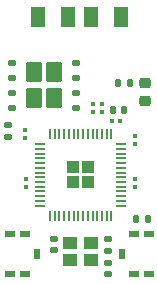
<source format=gtp>
G04 #@! TF.GenerationSoftware,KiCad,Pcbnew,(6.0.5-0)*
G04 #@! TF.CreationDate,2022-11-02T01:33:32-04:00*
G04 #@! TF.ProjectId,rp_ducky,72705f64-7563-46b7-992e-6b696361645f,rev?*
G04 #@! TF.SameCoordinates,Original*
G04 #@! TF.FileFunction,Paste,Top*
G04 #@! TF.FilePolarity,Positive*
%FSLAX46Y46*%
G04 Gerber Fmt 4.6, Leading zero omitted, Abs format (unit mm)*
G04 Created by KiCad (PCBNEW (6.0.5-0)) date 2022-11-02 01:33:32*
%MOMM*%
%LPD*%
G01*
G04 APERTURE LIST*
G04 Aperture macros list*
%AMRoundRect*
0 Rectangle with rounded corners*
0 $1 Rounding radius*
0 $2 $3 $4 $5 $6 $7 $8 $9 X,Y pos of 4 corners*
0 Add a 4 corners polygon primitive as box body*
4,1,4,$2,$3,$4,$5,$6,$7,$8,$9,$2,$3,0*
0 Add four circle primitives for the rounded corners*
1,1,$1+$1,$2,$3*
1,1,$1+$1,$4,$5*
1,1,$1+$1,$6,$7*
1,1,$1+$1,$8,$9*
0 Add four rect primitives between the rounded corners*
20,1,$1+$1,$2,$3,$4,$5,0*
20,1,$1+$1,$4,$5,$6,$7,0*
20,1,$1+$1,$6,$7,$8,$9,0*
20,1,$1+$1,$8,$9,$2,$3,0*%
G04 Aperture macros list end*
%ADD10RoundRect,0.079500X-0.100500X0.079500X-0.100500X-0.079500X0.100500X-0.079500X0.100500X0.079500X0*%
%ADD11R,0.812800X0.508000*%
%ADD12R,0.508000X0.889000*%
%ADD13RoundRect,0.218750X-0.256250X0.218750X-0.256250X-0.218750X0.256250X-0.218750X0.256250X0.218750X0*%
%ADD14RoundRect,0.250000X-0.435000X-0.615000X0.435000X-0.615000X0.435000X0.615000X-0.435000X0.615000X0*%
%ADD15RoundRect,0.125000X-0.250000X-0.125000X0.250000X-0.125000X0.250000X0.125000X-0.250000X0.125000X0*%
%ADD16RoundRect,0.079500X0.100500X-0.079500X0.100500X0.079500X-0.100500X0.079500X-0.100500X-0.079500X0*%
%ADD17RoundRect,0.079500X0.079500X0.100500X-0.079500X0.100500X-0.079500X-0.100500X0.079500X-0.100500X0*%
%ADD18R,1.150000X1.000000*%
%ADD19RoundRect,0.140000X0.170000X-0.140000X0.170000X0.140000X-0.170000X0.140000X-0.170000X-0.140000X0*%
%ADD20RoundRect,0.250000X-0.292217X-0.292217X0.292217X-0.292217X0.292217X0.292217X-0.292217X0.292217X0*%
%ADD21RoundRect,0.050000X-0.387500X-0.050000X0.387500X-0.050000X0.387500X0.050000X-0.387500X0.050000X0*%
%ADD22RoundRect,0.050000X-0.050000X-0.387500X0.050000X-0.387500X0.050000X0.387500X-0.050000X0.387500X0*%
%ADD23RoundRect,0.135000X0.135000X0.185000X-0.135000X0.185000X-0.135000X-0.185000X0.135000X-0.185000X0*%
%ADD24RoundRect,0.135000X0.185000X-0.135000X0.185000X0.135000X-0.185000X0.135000X-0.185000X-0.135000X0*%
%ADD25RoundRect,0.140000X-0.170000X0.140000X-0.170000X-0.140000X0.170000X-0.140000X0.170000X0.140000X0*%
%ADD26RoundRect,0.140000X0.140000X0.170000X-0.140000X0.170000X-0.140000X-0.170000X0.140000X-0.170000X0*%
%ADD27RoundRect,0.135000X-0.185000X0.135000X-0.185000X-0.135000X0.185000X-0.135000X0.185000X0.135000X0*%
%ADD28R,1.300000X1.700000*%
G04 APERTURE END LIST*
D10*
X91700000Y-54725000D03*
X91700000Y-55415000D03*
D11*
X81150001Y-62999998D03*
D12*
X83399999Y-64700000D03*
D11*
X81150001Y-66400002D03*
X82349999Y-66400002D03*
X82349999Y-62999998D03*
D13*
X92550000Y-50182500D03*
X92550000Y-51757500D03*
D14*
X83150000Y-49325000D03*
X84850000Y-49325000D03*
X84850000Y-51475000D03*
X83150000Y-51475000D03*
D15*
X81300000Y-48495000D03*
X81300000Y-49765000D03*
X81300000Y-51035000D03*
X81300000Y-52305000D03*
X86700000Y-52305000D03*
X86700000Y-51035000D03*
X86700000Y-49765000D03*
X86700000Y-48495000D03*
D16*
X88900000Y-51955000D03*
X88900000Y-52645000D03*
D17*
X90445000Y-53400000D03*
X89755000Y-53400000D03*
D18*
X86225000Y-65200000D03*
X87975000Y-65200000D03*
X87975000Y-63800000D03*
X86225000Y-63800000D03*
D10*
X82400000Y-54155000D03*
X82400000Y-54845000D03*
X82495000Y-58340000D03*
X82495000Y-59030000D03*
D19*
X89400000Y-66380000D03*
X89400000Y-65420000D03*
D20*
X87737500Y-58637500D03*
X87737500Y-57362500D03*
X86462500Y-57362500D03*
X86462500Y-58637500D03*
D21*
X83662500Y-55400000D03*
X83662500Y-55800000D03*
X83662500Y-56200000D03*
X83662500Y-56600000D03*
X83662500Y-57000000D03*
X83662500Y-57400000D03*
X83662500Y-57800000D03*
X83662500Y-58200000D03*
X83662500Y-58600000D03*
X83662500Y-59000000D03*
X83662500Y-59400000D03*
X83662500Y-59800000D03*
X83662500Y-60200000D03*
X83662500Y-60600000D03*
D22*
X84500000Y-61437500D03*
X84900000Y-61437500D03*
X85300000Y-61437500D03*
X85700000Y-61437500D03*
X86100000Y-61437500D03*
X86500000Y-61437500D03*
X86900000Y-61437500D03*
X87300000Y-61437500D03*
X87700000Y-61437500D03*
X88100000Y-61437500D03*
X88500000Y-61437500D03*
X88900000Y-61437500D03*
X89300000Y-61437500D03*
X89700000Y-61437500D03*
D21*
X90537500Y-60600000D03*
X90537500Y-60200000D03*
X90537500Y-59800000D03*
X90537500Y-59400000D03*
X90537500Y-59000000D03*
X90537500Y-58600000D03*
X90537500Y-58200000D03*
X90537500Y-57800000D03*
X90537500Y-57400000D03*
X90537500Y-57000000D03*
X90537500Y-56600000D03*
X90537500Y-56200000D03*
X90537500Y-55800000D03*
X90537500Y-55400000D03*
D22*
X89700000Y-54562500D03*
X89300000Y-54562500D03*
X88900000Y-54562500D03*
X88500000Y-54562500D03*
X88100000Y-54562500D03*
X87700000Y-54562500D03*
X87300000Y-54562500D03*
X86900000Y-54562500D03*
X86500000Y-54562500D03*
X86100000Y-54562500D03*
X85700000Y-54562500D03*
X85300000Y-54562500D03*
X84900000Y-54562500D03*
X84500000Y-54562500D03*
D11*
X92849999Y-66400002D03*
X91650001Y-62999998D03*
X92849999Y-62999998D03*
D12*
X90600001Y-64700000D03*
D11*
X91650001Y-66400002D03*
D23*
X92760000Y-61700000D03*
X91740000Y-61700000D03*
D24*
X89400000Y-64410000D03*
X89400000Y-63390000D03*
D10*
X91700000Y-59045000D03*
X91700000Y-58355000D03*
D25*
X84800000Y-63420000D03*
X84800000Y-64380000D03*
D16*
X88100000Y-51955000D03*
X88100000Y-52645000D03*
D26*
X90780000Y-52500000D03*
X89820000Y-52500000D03*
D27*
X80900000Y-53790000D03*
X80900000Y-54810000D03*
D28*
X83500000Y-44595000D03*
X86000000Y-44595000D03*
X88000000Y-44595000D03*
X90500000Y-44595000D03*
D23*
X91260000Y-50182500D03*
X90240000Y-50182500D03*
M02*

</source>
